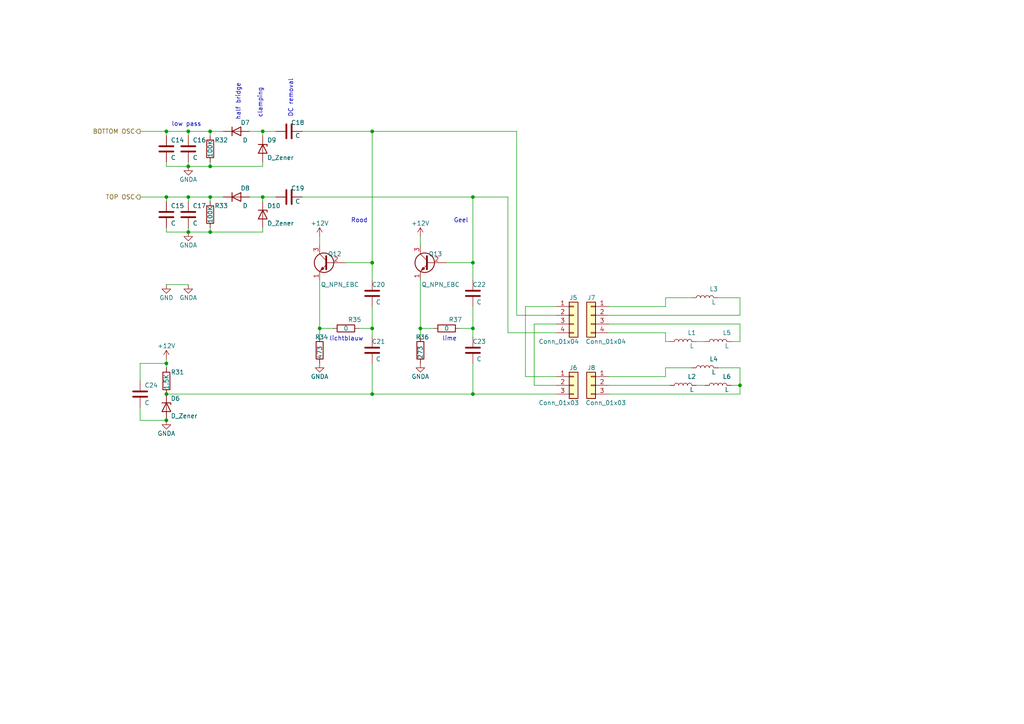
<source format=kicad_sch>
(kicad_sch (version 20211123) (generator eeschema)

  (uuid 59b36517-bc31-432e-bd56-e83f2748e510)

  (paper "A4")

  (lib_symbols
    (symbol "Connector_Generic:Conn_01x03" (pin_names (offset 1.016) hide) (in_bom yes) (on_board yes)
      (property "Reference" "J" (id 0) (at 0 5.08 0)
        (effects (font (size 1.27 1.27)))
      )
      (property "Value" "Conn_01x03" (id 1) (at 0 -5.08 0)
        (effects (font (size 1.27 1.27)))
      )
      (property "Footprint" "" (id 2) (at 0 0 0)
        (effects (font (size 1.27 1.27)) hide)
      )
      (property "Datasheet" "~" (id 3) (at 0 0 0)
        (effects (font (size 1.27 1.27)) hide)
      )
      (property "ki_keywords" "connector" (id 4) (at 0 0 0)
        (effects (font (size 1.27 1.27)) hide)
      )
      (property "ki_description" "Generic connector, single row, 01x03, script generated (kicad-library-utils/schlib/autogen/connector/)" (id 5) (at 0 0 0)
        (effects (font (size 1.27 1.27)) hide)
      )
      (property "ki_fp_filters" "Connector*:*_1x??_*" (id 6) (at 0 0 0)
        (effects (font (size 1.27 1.27)) hide)
      )
      (symbol "Conn_01x03_1_1"
        (rectangle (start -1.27 -2.413) (end 0 -2.667)
          (stroke (width 0.1524) (type default) (color 0 0 0 0))
          (fill (type none))
        )
        (rectangle (start -1.27 0.127) (end 0 -0.127)
          (stroke (width 0.1524) (type default) (color 0 0 0 0))
          (fill (type none))
        )
        (rectangle (start -1.27 2.667) (end 0 2.413)
          (stroke (width 0.1524) (type default) (color 0 0 0 0))
          (fill (type none))
        )
        (rectangle (start -1.27 3.81) (end 1.27 -3.81)
          (stroke (width 0.254) (type default) (color 0 0 0 0))
          (fill (type background))
        )
        (pin passive line (at -5.08 2.54 0) (length 3.81)
          (name "Pin_1" (effects (font (size 1.27 1.27))))
          (number "1" (effects (font (size 1.27 1.27))))
        )
        (pin passive line (at -5.08 0 0) (length 3.81)
          (name "Pin_2" (effects (font (size 1.27 1.27))))
          (number "2" (effects (font (size 1.27 1.27))))
        )
        (pin passive line (at -5.08 -2.54 0) (length 3.81)
          (name "Pin_3" (effects (font (size 1.27 1.27))))
          (number "3" (effects (font (size 1.27 1.27))))
        )
      )
    )
    (symbol "Connector_Generic:Conn_01x04" (pin_names (offset 1.016) hide) (in_bom yes) (on_board yes)
      (property "Reference" "J" (id 0) (at 0 5.08 0)
        (effects (font (size 1.27 1.27)))
      )
      (property "Value" "Conn_01x04" (id 1) (at 0 -7.62 0)
        (effects (font (size 1.27 1.27)))
      )
      (property "Footprint" "" (id 2) (at 0 0 0)
        (effects (font (size 1.27 1.27)) hide)
      )
      (property "Datasheet" "~" (id 3) (at 0 0 0)
        (effects (font (size 1.27 1.27)) hide)
      )
      (property "ki_keywords" "connector" (id 4) (at 0 0 0)
        (effects (font (size 1.27 1.27)) hide)
      )
      (property "ki_description" "Generic connector, single row, 01x04, script generated (kicad-library-utils/schlib/autogen/connector/)" (id 5) (at 0 0 0)
        (effects (font (size 1.27 1.27)) hide)
      )
      (property "ki_fp_filters" "Connector*:*_1x??_*" (id 6) (at 0 0 0)
        (effects (font (size 1.27 1.27)) hide)
      )
      (symbol "Conn_01x04_1_1"
        (rectangle (start -1.27 -4.953) (end 0 -5.207)
          (stroke (width 0.1524) (type default) (color 0 0 0 0))
          (fill (type none))
        )
        (rectangle (start -1.27 -2.413) (end 0 -2.667)
          (stroke (width 0.1524) (type default) (color 0 0 0 0))
          (fill (type none))
        )
        (rectangle (start -1.27 0.127) (end 0 -0.127)
          (stroke (width 0.1524) (type default) (color 0 0 0 0))
          (fill (type none))
        )
        (rectangle (start -1.27 2.667) (end 0 2.413)
          (stroke (width 0.1524) (type default) (color 0 0 0 0))
          (fill (type none))
        )
        (rectangle (start -1.27 3.81) (end 1.27 -6.35)
          (stroke (width 0.254) (type default) (color 0 0 0 0))
          (fill (type background))
        )
        (pin passive line (at -5.08 2.54 0) (length 3.81)
          (name "Pin_1" (effects (font (size 1.27 1.27))))
          (number "1" (effects (font (size 1.27 1.27))))
        )
        (pin passive line (at -5.08 0 0) (length 3.81)
          (name "Pin_2" (effects (font (size 1.27 1.27))))
          (number "2" (effects (font (size 1.27 1.27))))
        )
        (pin passive line (at -5.08 -2.54 0) (length 3.81)
          (name "Pin_3" (effects (font (size 1.27 1.27))))
          (number "3" (effects (font (size 1.27 1.27))))
        )
        (pin passive line (at -5.08 -5.08 0) (length 3.81)
          (name "Pin_4" (effects (font (size 1.27 1.27))))
          (number "4" (effects (font (size 1.27 1.27))))
        )
      )
    )
    (symbol "Device:C" (pin_numbers hide) (pin_names (offset 0.254)) (in_bom yes) (on_board yes)
      (property "Reference" "C" (id 0) (at 0.635 2.54 0)
        (effects (font (size 1.27 1.27)) (justify left))
      )
      (property "Value" "C" (id 1) (at 0.635 -2.54 0)
        (effects (font (size 1.27 1.27)) (justify left))
      )
      (property "Footprint" "" (id 2) (at 0.9652 -3.81 0)
        (effects (font (size 1.27 1.27)) hide)
      )
      (property "Datasheet" "~" (id 3) (at 0 0 0)
        (effects (font (size 1.27 1.27)) hide)
      )
      (property "ki_keywords" "cap capacitor" (id 4) (at 0 0 0)
        (effects (font (size 1.27 1.27)) hide)
      )
      (property "ki_description" "Unpolarized capacitor" (id 5) (at 0 0 0)
        (effects (font (size 1.27 1.27)) hide)
      )
      (property "ki_fp_filters" "C_*" (id 6) (at 0 0 0)
        (effects (font (size 1.27 1.27)) hide)
      )
      (symbol "C_0_1"
        (polyline
          (pts
            (xy -2.032 -0.762)
            (xy 2.032 -0.762)
          )
          (stroke (width 0.508) (type default) (color 0 0 0 0))
          (fill (type none))
        )
        (polyline
          (pts
            (xy -2.032 0.762)
            (xy 2.032 0.762)
          )
          (stroke (width 0.508) (type default) (color 0 0 0 0))
          (fill (type none))
        )
      )
      (symbol "C_1_1"
        (pin passive line (at 0 3.81 270) (length 2.794)
          (name "~" (effects (font (size 1.27 1.27))))
          (number "1" (effects (font (size 1.27 1.27))))
        )
        (pin passive line (at 0 -3.81 90) (length 2.794)
          (name "~" (effects (font (size 1.27 1.27))))
          (number "2" (effects (font (size 1.27 1.27))))
        )
      )
    )
    (symbol "Device:D" (pin_numbers hide) (pin_names (offset 1.016) hide) (in_bom yes) (on_board yes)
      (property "Reference" "D" (id 0) (at 0 2.54 0)
        (effects (font (size 1.27 1.27)))
      )
      (property "Value" "D" (id 1) (at 0 -2.54 0)
        (effects (font (size 1.27 1.27)))
      )
      (property "Footprint" "" (id 2) (at 0 0 0)
        (effects (font (size 1.27 1.27)) hide)
      )
      (property "Datasheet" "~" (id 3) (at 0 0 0)
        (effects (font (size 1.27 1.27)) hide)
      )
      (property "ki_keywords" "diode" (id 4) (at 0 0 0)
        (effects (font (size 1.27 1.27)) hide)
      )
      (property "ki_description" "Diode" (id 5) (at 0 0 0)
        (effects (font (size 1.27 1.27)) hide)
      )
      (property "ki_fp_filters" "TO-???* *_Diode_* *SingleDiode* D_*" (id 6) (at 0 0 0)
        (effects (font (size 1.27 1.27)) hide)
      )
      (symbol "D_0_1"
        (polyline
          (pts
            (xy -1.27 1.27)
            (xy -1.27 -1.27)
          )
          (stroke (width 0.254) (type default) (color 0 0 0 0))
          (fill (type none))
        )
        (polyline
          (pts
            (xy 1.27 0)
            (xy -1.27 0)
          )
          (stroke (width 0) (type default) (color 0 0 0 0))
          (fill (type none))
        )
        (polyline
          (pts
            (xy 1.27 1.27)
            (xy 1.27 -1.27)
            (xy -1.27 0)
            (xy 1.27 1.27)
          )
          (stroke (width 0.254) (type default) (color 0 0 0 0))
          (fill (type none))
        )
      )
      (symbol "D_1_1"
        (pin passive line (at -3.81 0 0) (length 2.54)
          (name "K" (effects (font (size 1.27 1.27))))
          (number "1" (effects (font (size 1.27 1.27))))
        )
        (pin passive line (at 3.81 0 180) (length 2.54)
          (name "A" (effects (font (size 1.27 1.27))))
          (number "2" (effects (font (size 1.27 1.27))))
        )
      )
    )
    (symbol "Device:D_Zener" (pin_numbers hide) (pin_names (offset 1.016) hide) (in_bom yes) (on_board yes)
      (property "Reference" "D" (id 0) (at 0 2.54 0)
        (effects (font (size 1.27 1.27)))
      )
      (property "Value" "D_Zener" (id 1) (at 0 -2.54 0)
        (effects (font (size 1.27 1.27)))
      )
      (property "Footprint" "" (id 2) (at 0 0 0)
        (effects (font (size 1.27 1.27)) hide)
      )
      (property "Datasheet" "~" (id 3) (at 0 0 0)
        (effects (font (size 1.27 1.27)) hide)
      )
      (property "ki_keywords" "diode" (id 4) (at 0 0 0)
        (effects (font (size 1.27 1.27)) hide)
      )
      (property "ki_description" "Zener diode" (id 5) (at 0 0 0)
        (effects (font (size 1.27 1.27)) hide)
      )
      (property "ki_fp_filters" "TO-???* *_Diode_* *SingleDiode* D_*" (id 6) (at 0 0 0)
        (effects (font (size 1.27 1.27)) hide)
      )
      (symbol "D_Zener_0_1"
        (polyline
          (pts
            (xy 1.27 0)
            (xy -1.27 0)
          )
          (stroke (width 0) (type default) (color 0 0 0 0))
          (fill (type none))
        )
        (polyline
          (pts
            (xy -1.27 -1.27)
            (xy -1.27 1.27)
            (xy -0.762 1.27)
          )
          (stroke (width 0.254) (type default) (color 0 0 0 0))
          (fill (type none))
        )
        (polyline
          (pts
            (xy 1.27 -1.27)
            (xy 1.27 1.27)
            (xy -1.27 0)
            (xy 1.27 -1.27)
          )
          (stroke (width 0.254) (type default) (color 0 0 0 0))
          (fill (type none))
        )
      )
      (symbol "D_Zener_1_1"
        (pin passive line (at -3.81 0 0) (length 2.54)
          (name "K" (effects (font (size 1.27 1.27))))
          (number "1" (effects (font (size 1.27 1.27))))
        )
        (pin passive line (at 3.81 0 180) (length 2.54)
          (name "A" (effects (font (size 1.27 1.27))))
          (number "2" (effects (font (size 1.27 1.27))))
        )
      )
    )
    (symbol "Device:L" (pin_numbers hide) (pin_names (offset 1.016) hide) (in_bom yes) (on_board yes)
      (property "Reference" "L" (id 0) (at -1.27 0 90)
        (effects (font (size 1.27 1.27)))
      )
      (property "Value" "L" (id 1) (at 1.905 0 90)
        (effects (font (size 1.27 1.27)))
      )
      (property "Footprint" "" (id 2) (at 0 0 0)
        (effects (font (size 1.27 1.27)) hide)
      )
      (property "Datasheet" "~" (id 3) (at 0 0 0)
        (effects (font (size 1.27 1.27)) hide)
      )
      (property "ki_keywords" "inductor choke coil reactor magnetic" (id 4) (at 0 0 0)
        (effects (font (size 1.27 1.27)) hide)
      )
      (property "ki_description" "Inductor" (id 5) (at 0 0 0)
        (effects (font (size 1.27 1.27)) hide)
      )
      (property "ki_fp_filters" "Choke_* *Coil* Inductor_* L_*" (id 6) (at 0 0 0)
        (effects (font (size 1.27 1.27)) hide)
      )
      (symbol "L_0_1"
        (arc (start 0 -2.54) (mid 0.635 -1.905) (end 0 -1.27)
          (stroke (width 0) (type default) (color 0 0 0 0))
          (fill (type none))
        )
        (arc (start 0 -1.27) (mid 0.635 -0.635) (end 0 0)
          (stroke (width 0) (type default) (color 0 0 0 0))
          (fill (type none))
        )
        (arc (start 0 0) (mid 0.635 0.635) (end 0 1.27)
          (stroke (width 0) (type default) (color 0 0 0 0))
          (fill (type none))
        )
        (arc (start 0 1.27) (mid 0.635 1.905) (end 0 2.54)
          (stroke (width 0) (type default) (color 0 0 0 0))
          (fill (type none))
        )
      )
      (symbol "L_1_1"
        (pin passive line (at 0 3.81 270) (length 1.27)
          (name "1" (effects (font (size 1.27 1.27))))
          (number "1" (effects (font (size 1.27 1.27))))
        )
        (pin passive line (at 0 -3.81 90) (length 1.27)
          (name "2" (effects (font (size 1.27 1.27))))
          (number "2" (effects (font (size 1.27 1.27))))
        )
      )
    )
    (symbol "Device:Q_NPN_EBC" (pin_names (offset 0) hide) (in_bom yes) (on_board yes)
      (property "Reference" "Q" (id 0) (at 5.08 1.27 0)
        (effects (font (size 1.27 1.27)) (justify left))
      )
      (property "Value" "Q_NPN_EBC" (id 1) (at 5.08 -1.27 0)
        (effects (font (size 1.27 1.27)) (justify left))
      )
      (property "Footprint" "" (id 2) (at 5.08 2.54 0)
        (effects (font (size 1.27 1.27)) hide)
      )
      (property "Datasheet" "~" (id 3) (at 0 0 0)
        (effects (font (size 1.27 1.27)) hide)
      )
      (property "ki_keywords" "transistor NPN" (id 4) (at 0 0 0)
        (effects (font (size 1.27 1.27)) hide)
      )
      (property "ki_description" "NPN transistor, emitter/base/collector" (id 5) (at 0 0 0)
        (effects (font (size 1.27 1.27)) hide)
      )
      (symbol "Q_NPN_EBC_0_1"
        (polyline
          (pts
            (xy 0.635 0.635)
            (xy 2.54 2.54)
          )
          (stroke (width 0) (type default) (color 0 0 0 0))
          (fill (type none))
        )
        (polyline
          (pts
            (xy 0.635 -0.635)
            (xy 2.54 -2.54)
            (xy 2.54 -2.54)
          )
          (stroke (width 0) (type default) (color 0 0 0 0))
          (fill (type none))
        )
        (polyline
          (pts
            (xy 0.635 1.905)
            (xy 0.635 -1.905)
            (xy 0.635 -1.905)
          )
          (stroke (width 0.508) (type default) (color 0 0 0 0))
          (fill (type none))
        )
        (polyline
          (pts
            (xy 1.27 -1.778)
            (xy 1.778 -1.27)
            (xy 2.286 -2.286)
            (xy 1.27 -1.778)
            (xy 1.27 -1.778)
          )
          (stroke (width 0) (type default) (color 0 0 0 0))
          (fill (type outline))
        )
        (circle (center 1.27 0) (radius 2.8194)
          (stroke (width 0.254) (type default) (color 0 0 0 0))
          (fill (type none))
        )
      )
      (symbol "Q_NPN_EBC_1_1"
        (pin passive line (at 2.54 -5.08 90) (length 2.54)
          (name "E" (effects (font (size 1.27 1.27))))
          (number "1" (effects (font (size 1.27 1.27))))
        )
        (pin passive line (at -5.08 0 0) (length 5.715)
          (name "B" (effects (font (size 1.27 1.27))))
          (number "2" (effects (font (size 1.27 1.27))))
        )
        (pin passive line (at 2.54 5.08 270) (length 2.54)
          (name "C" (effects (font (size 1.27 1.27))))
          (number "3" (effects (font (size 1.27 1.27))))
        )
      )
    )
    (symbol "Device:R" (pin_numbers hide) (pin_names (offset 0)) (in_bom yes) (on_board yes)
      (property "Reference" "R" (id 0) (at 2.032 0 90)
        (effects (font (size 1.27 1.27)))
      )
      (property "Value" "R" (id 1) (at 0 0 90)
        (effects (font (size 1.27 1.27)))
      )
      (property "Footprint" "" (id 2) (at -1.778 0 90)
        (effects (font (size 1.27 1.27)) hide)
      )
      (property "Datasheet" "~" (id 3) (at 0 0 0)
        (effects (font (size 1.27 1.27)) hide)
      )
      (property "ki_keywords" "R res resistor" (id 4) (at 0 0 0)
        (effects (font (size 1.27 1.27)) hide)
      )
      (property "ki_description" "Resistor" (id 5) (at 0 0 0)
        (effects (font (size 1.27 1.27)) hide)
      )
      (property "ki_fp_filters" "R_*" (id 6) (at 0 0 0)
        (effects (font (size 1.27 1.27)) hide)
      )
      (symbol "R_0_1"
        (rectangle (start -1.016 -2.54) (end 1.016 2.54)
          (stroke (width 0.254) (type default) (color 0 0 0 0))
          (fill (type none))
        )
      )
      (symbol "R_1_1"
        (pin passive line (at 0 3.81 270) (length 1.27)
          (name "~" (effects (font (size 1.27 1.27))))
          (number "1" (effects (font (size 1.27 1.27))))
        )
        (pin passive line (at 0 -3.81 90) (length 1.27)
          (name "~" (effects (font (size 1.27 1.27))))
          (number "2" (effects (font (size 1.27 1.27))))
        )
      )
    )
    (symbol "power:+12V" (power) (pin_names (offset 0)) (in_bom yes) (on_board yes)
      (property "Reference" "#PWR" (id 0) (at 0 -3.81 0)
        (effects (font (size 1.27 1.27)) hide)
      )
      (property "Value" "+12V" (id 1) (at 0 3.556 0)
        (effects (font (size 1.27 1.27)))
      )
      (property "Footprint" "" (id 2) (at 0 0 0)
        (effects (font (size 1.27 1.27)) hide)
      )
      (property "Datasheet" "" (id 3) (at 0 0 0)
        (effects (font (size 1.27 1.27)) hide)
      )
      (property "ki_keywords" "power-flag" (id 4) (at 0 0 0)
        (effects (font (size 1.27 1.27)) hide)
      )
      (property "ki_description" "Power symbol creates a global label with name \"+12V\"" (id 5) (at 0 0 0)
        (effects (font (size 1.27 1.27)) hide)
      )
      (symbol "+12V_0_1"
        (polyline
          (pts
            (xy -0.762 1.27)
            (xy 0 2.54)
          )
          (stroke (width 0) (type default) (color 0 0 0 0))
          (fill (type none))
        )
        (polyline
          (pts
            (xy 0 0)
            (xy 0 2.54)
          )
          (stroke (width 0) (type default) (color 0 0 0 0))
          (fill (type none))
        )
        (polyline
          (pts
            (xy 0 2.54)
            (xy 0.762 1.27)
          )
          (stroke (width 0) (type default) (color 0 0 0 0))
          (fill (type none))
        )
      )
      (symbol "+12V_1_1"
        (pin power_in line (at 0 0 90) (length 0) hide
          (name "+12V" (effects (font (size 1.27 1.27))))
          (number "1" (effects (font (size 1.27 1.27))))
        )
      )
    )
    (symbol "power:GND" (power) (pin_names (offset 0)) (in_bom yes) (on_board yes)
      (property "Reference" "#PWR" (id 0) (at 0 -6.35 0)
        (effects (font (size 1.27 1.27)) hide)
      )
      (property "Value" "GND" (id 1) (at 0 -3.81 0)
        (effects (font (size 1.27 1.27)))
      )
      (property "Footprint" "" (id 2) (at 0 0 0)
        (effects (font (size 1.27 1.27)) hide)
      )
      (property "Datasheet" "" (id 3) (at 0 0 0)
        (effects (font (size 1.27 1.27)) hide)
      )
      (property "ki_keywords" "power-flag" (id 4) (at 0 0 0)
        (effects (font (size 1.27 1.27)) hide)
      )
      (property "ki_description" "Power symbol creates a global label with name \"GND\" , ground" (id 5) (at 0 0 0)
        (effects (font (size 1.27 1.27)) hide)
      )
      (symbol "GND_0_1"
        (polyline
          (pts
            (xy 0 0)
            (xy 0 -1.27)
            (xy 1.27 -1.27)
            (xy 0 -2.54)
            (xy -1.27 -1.27)
            (xy 0 -1.27)
          )
          (stroke (width 0) (type default) (color 0 0 0 0))
          (fill (type none))
        )
      )
      (symbol "GND_1_1"
        (pin power_in line (at 0 0 270) (length 0) hide
          (name "GND" (effects (font (size 1.27 1.27))))
          (number "1" (effects (font (size 1.27 1.27))))
        )
      )
    )
    (symbol "power:GNDA" (power) (pin_names (offset 0)) (in_bom yes) (on_board yes)
      (property "Reference" "#PWR" (id 0) (at 0 -6.35 0)
        (effects (font (size 1.27 1.27)) hide)
      )
      (property "Value" "GNDA" (id 1) (at 0 -3.81 0)
        (effects (font (size 1.27 1.27)))
      )
      (property "Footprint" "" (id 2) (at 0 0 0)
        (effects (font (size 1.27 1.27)) hide)
      )
      (property "Datasheet" "" (id 3) (at 0 0 0)
        (effects (font (size 1.27 1.27)) hide)
      )
      (property "ki_keywords" "power-flag" (id 4) (at 0 0 0)
        (effects (font (size 1.27 1.27)) hide)
      )
      (property "ki_description" "Power symbol creates a global label with name \"GNDA\" , analog ground" (id 5) (at 0 0 0)
        (effects (font (size 1.27 1.27)) hide)
      )
      (symbol "GNDA_0_1"
        (polyline
          (pts
            (xy 0 0)
            (xy 0 -1.27)
            (xy 1.27 -1.27)
            (xy 0 -2.54)
            (xy -1.27 -1.27)
            (xy 0 -1.27)
          )
          (stroke (width 0) (type default) (color 0 0 0 0))
          (fill (type none))
        )
      )
      (symbol "GNDA_1_1"
        (pin power_in line (at 0 0 270) (length 0) hide
          (name "GNDA" (effects (font (size 1.27 1.27))))
          (number "1" (effects (font (size 1.27 1.27))))
        )
      )
    )
  )

  (junction (at 60.96 48.26) (diameter 0) (color 0 0 0 0)
    (uuid 10383204-f9b9-4dfe-b6d2-b3aa1e80fb6f)
  )
  (junction (at 48.26 114.3) (diameter 0) (color 0 0 0 0)
    (uuid 2b1eae5e-faf9-4cda-b82e-815b7b56c51c)
  )
  (junction (at 48.26 38.1) (diameter 0) (color 0 0 0 0)
    (uuid 3bf50419-c622-49f2-bfa6-f90b7e0c4a63)
  )
  (junction (at 76.2 38.1) (diameter 0) (color 0 0 0 0)
    (uuid 569b2e8b-a916-4237-87c6-a2bffd7515ab)
  )
  (junction (at 107.95 114.3) (diameter 0) (color 0 0 0 0)
    (uuid 5d505053-7818-451b-b3ab-3c19eaa37092)
  )
  (junction (at 76.2 57.15) (diameter 0) (color 0 0 0 0)
    (uuid 5d5d3313-57b5-4a62-befa-5091564e2b7c)
  )
  (junction (at 137.16 76.2) (diameter 0) (color 0 0 0 0)
    (uuid 6bceb289-72b1-4476-89af-b73447e539c7)
  )
  (junction (at 107.95 38.1) (diameter 0) (color 0 0 0 0)
    (uuid 773abee3-a92f-4395-b0ce-98be2ab04611)
  )
  (junction (at 137.16 95.25) (diameter 0) (color 0 0 0 0)
    (uuid 77939ed1-8ee3-4d4c-a032-e26a3ab62cf2)
  )
  (junction (at 54.61 57.15) (diameter 0) (color 0 0 0 0)
    (uuid 952cb281-4d8e-4221-a038-72cd9f042c18)
  )
  (junction (at 54.61 67.31) (diameter 0) (color 0 0 0 0)
    (uuid 98253786-9b8d-473d-961c-c5edb4cc2c13)
  )
  (junction (at 92.71 95.25) (diameter 0) (color 0 0 0 0)
    (uuid 99329508-dee5-4071-a41f-6740b8944fe0)
  )
  (junction (at 60.96 67.31) (diameter 0) (color 0 0 0 0)
    (uuid 9ad89020-7031-488d-ab25-6fd5e642acb1)
  )
  (junction (at 214.63 111.76) (diameter 0) (color 0 0 0 0)
    (uuid 9dbf00f5-2e96-4282-8048-9497dd2383e7)
  )
  (junction (at 137.16 57.15) (diameter 0) (color 0 0 0 0)
    (uuid 9e39e092-de06-44aa-85c8-98527b4388ce)
  )
  (junction (at 107.95 76.2) (diameter 0) (color 0 0 0 0)
    (uuid 9ea87d63-c8bf-4e40-aa7f-490fc774c1f9)
  )
  (junction (at 48.26 121.92) (diameter 0) (color 0 0 0 0)
    (uuid a8c1e53a-e7e8-40ba-a4b8-92932d4f4a18)
  )
  (junction (at 54.61 48.26) (diameter 0) (color 0 0 0 0)
    (uuid ab118505-0aee-4f15-93c1-5a67699acb7e)
  )
  (junction (at 54.61 38.1) (diameter 0) (color 0 0 0 0)
    (uuid ab834a08-4df0-4f46-902d-575352f5919e)
  )
  (junction (at 48.26 105.41) (diameter 0) (color 0 0 0 0)
    (uuid ae84963f-3862-467f-8714-0a6ec7e89b7b)
  )
  (junction (at 60.96 38.1) (diameter 0) (color 0 0 0 0)
    (uuid bc38f119-be08-4c91-a16f-09f08302861c)
  )
  (junction (at 48.26 57.15) (diameter 0) (color 0 0 0 0)
    (uuid cbfefdee-e474-433d-9ab3-f91a73ec7323)
  )
  (junction (at 137.16 114.3) (diameter 0) (color 0 0 0 0)
    (uuid d64ffbff-0e5c-4b5c-bfd6-2f1c6d212498)
  )
  (junction (at 60.96 57.15) (diameter 0) (color 0 0 0 0)
    (uuid e5f21712-6ad7-4eba-90c1-b386ff4cf09d)
  )
  (junction (at 107.95 95.25) (diameter 0) (color 0 0 0 0)
    (uuid e9bbf6b4-3582-4ecc-a757-a56d4c4e0a7a)
  )
  (junction (at 121.92 95.25) (diameter 0) (color 0 0 0 0)
    (uuid f5cab837-6f55-43e9-9cfa-865a2048df80)
  )

  (wire (pts (xy 54.61 38.1) (xy 60.96 38.1))
    (stroke (width 0) (type default) (color 0 0 0 0))
    (uuid 015c4c36-89f7-4c74-8ffa-e61920f2c0e9)
  )
  (wire (pts (xy 154.94 93.98) (xy 154.94 111.76))
    (stroke (width 0) (type default) (color 0 0 0 0))
    (uuid 03d43bd2-3c11-4d17-a7bc-c74b9e10d60d)
  )
  (wire (pts (xy 194.31 99.06) (xy 193.04 99.06))
    (stroke (width 0) (type default) (color 0 0 0 0))
    (uuid 0b2b28d0-7d5e-4d46-b92f-43a739be3a73)
  )
  (wire (pts (xy 107.95 105.41) (xy 107.95 114.3))
    (stroke (width 0) (type default) (color 0 0 0 0))
    (uuid 110df3c0-6b0a-4d0c-b399-04ae18ccc32e)
  )
  (wire (pts (xy 121.92 71.12) (xy 121.92 68.58))
    (stroke (width 0) (type default) (color 0 0 0 0))
    (uuid 11d67aa8-d648-464b-ad7d-f5bad97dabc5)
  )
  (wire (pts (xy 48.26 48.26) (xy 54.61 48.26))
    (stroke (width 0) (type default) (color 0 0 0 0))
    (uuid 154adf75-c54d-4db7-9af9-01c4766ff0f0)
  )
  (wire (pts (xy 193.04 88.9) (xy 193.04 86.36))
    (stroke (width 0) (type default) (color 0 0 0 0))
    (uuid 1a6b768c-3c77-440c-8bcf-bf7d0964c79f)
  )
  (wire (pts (xy 107.95 95.25) (xy 107.95 97.79))
    (stroke (width 0) (type default) (color 0 0 0 0))
    (uuid 1c4f7628-cfa5-4908-9f3a-f1ded90f3ed4)
  )
  (wire (pts (xy 48.26 57.15) (xy 48.26 58.42))
    (stroke (width 0) (type default) (color 0 0 0 0))
    (uuid 1c98ca5e-af31-4a70-a14d-869151a623b9)
  )
  (wire (pts (xy 208.28 106.68) (xy 214.63 106.68))
    (stroke (width 0) (type default) (color 0 0 0 0))
    (uuid 229dd226-f609-4e41-8183-3aa9000f868b)
  )
  (wire (pts (xy 107.95 95.25) (xy 104.14 95.25))
    (stroke (width 0) (type default) (color 0 0 0 0))
    (uuid 28792b36-d565-4028-b1e4-6cf2fe759fae)
  )
  (wire (pts (xy 54.61 67.31) (xy 60.96 67.31))
    (stroke (width 0) (type default) (color 0 0 0 0))
    (uuid 2ac3c86b-8763-4843-b3a6-3bd936c0d383)
  )
  (wire (pts (xy 54.61 57.15) (xy 54.61 58.42))
    (stroke (width 0) (type default) (color 0 0 0 0))
    (uuid 2b84e4da-2b0b-4907-9106-58c70879e1fa)
  )
  (wire (pts (xy 54.61 82.55) (xy 48.26 82.55))
    (stroke (width 0) (type default) (color 0 0 0 0))
    (uuid 2c2e3de9-97d4-4bc7-b8b8-8757980cf7ea)
  )
  (wire (pts (xy 201.93 111.76) (xy 204.47 111.76))
    (stroke (width 0) (type default) (color 0 0 0 0))
    (uuid 2e442dc1-8b1b-4696-a242-fbd0239c01bd)
  )
  (wire (pts (xy 137.16 114.3) (xy 161.29 114.3))
    (stroke (width 0) (type default) (color 0 0 0 0))
    (uuid 31b53b79-4f91-4e57-94b0-e50602f1ae17)
  )
  (wire (pts (xy 137.16 57.15) (xy 147.32 57.15))
    (stroke (width 0) (type default) (color 0 0 0 0))
    (uuid 32ef8a9c-6ad6-470a-b97c-8f3b3ff5dcab)
  )
  (wire (pts (xy 107.95 76.2) (xy 100.33 76.2))
    (stroke (width 0) (type default) (color 0 0 0 0))
    (uuid 33ce34f4-2f67-4c46-942e-f4f5148f029c)
  )
  (wire (pts (xy 48.26 114.3) (xy 107.95 114.3))
    (stroke (width 0) (type default) (color 0 0 0 0))
    (uuid 33d2dab6-7d66-4d65-a7db-399332de7ace)
  )
  (wire (pts (xy 48.26 105.41) (xy 40.64 105.41))
    (stroke (width 0) (type default) (color 0 0 0 0))
    (uuid 377e04e5-c1d3-442a-8310-88661a48ca21)
  )
  (wire (pts (xy 54.61 67.31) (xy 54.61 66.04))
    (stroke (width 0) (type default) (color 0 0 0 0))
    (uuid 37b2410e-29ac-4e4d-81cb-0fd6bbd546de)
  )
  (wire (pts (xy 60.96 57.15) (xy 60.96 58.42))
    (stroke (width 0) (type default) (color 0 0 0 0))
    (uuid 3b715920-41f8-425a-8ff2-19c785618256)
  )
  (wire (pts (xy 60.96 57.15) (xy 64.77 57.15))
    (stroke (width 0) (type default) (color 0 0 0 0))
    (uuid 3bbeba6b-fd1f-4757-9eac-9940d3905aa5)
  )
  (wire (pts (xy 176.53 111.76) (xy 194.31 111.76))
    (stroke (width 0) (type default) (color 0 0 0 0))
    (uuid 3d85923c-1ad0-4961-a038-7d94557fd17b)
  )
  (wire (pts (xy 40.64 121.92) (xy 48.26 121.92))
    (stroke (width 0) (type default) (color 0 0 0 0))
    (uuid 3f28a659-6fc7-46fa-9456-d98863451ee5)
  )
  (wire (pts (xy 54.61 38.1) (xy 54.61 39.37))
    (stroke (width 0) (type default) (color 0 0 0 0))
    (uuid 4d9288ef-711d-480a-b5e6-ae24262ce787)
  )
  (wire (pts (xy 214.63 106.68) (xy 214.63 111.76))
    (stroke (width 0) (type default) (color 0 0 0 0))
    (uuid 4ece8697-72ac-433f-8b75-e5dd4fb92a06)
  )
  (wire (pts (xy 48.26 48.26) (xy 48.26 46.99))
    (stroke (width 0) (type default) (color 0 0 0 0))
    (uuid 5300a816-82bf-4004-a412-a2bb3ab73690)
  )
  (wire (pts (xy 60.96 67.31) (xy 60.96 66.04))
    (stroke (width 0) (type default) (color 0 0 0 0))
    (uuid 53dc36a9-12aa-449e-a812-7053dfd9c07a)
  )
  (wire (pts (xy 92.71 81.28) (xy 92.71 95.25))
    (stroke (width 0) (type default) (color 0 0 0 0))
    (uuid 544f0f31-27e2-44bb-87dd-ea91d1f6ad19)
  )
  (wire (pts (xy 214.63 114.3) (xy 214.63 111.76))
    (stroke (width 0) (type default) (color 0 0 0 0))
    (uuid 5793a261-a757-4251-a5f2-aa0997dfa846)
  )
  (wire (pts (xy 76.2 38.1) (xy 76.2 39.37))
    (stroke (width 0) (type default) (color 0 0 0 0))
    (uuid 5b6b63a4-50e3-4078-aaa8-9e97203633e8)
  )
  (wire (pts (xy 40.64 105.41) (xy 40.64 110.49))
    (stroke (width 0) (type default) (color 0 0 0 0))
    (uuid 5b6df72e-1380-49d6-ac87-20e132702703)
  )
  (wire (pts (xy 72.39 38.1) (xy 76.2 38.1))
    (stroke (width 0) (type default) (color 0 0 0 0))
    (uuid 5bca52f1-2d06-4d0a-978d-f4e5958361fa)
  )
  (wire (pts (xy 137.16 88.9) (xy 137.16 95.25))
    (stroke (width 0) (type default) (color 0 0 0 0))
    (uuid 5f71f763-37ca-4736-9131-72ec85ca1071)
  )
  (wire (pts (xy 40.64 38.1) (xy 48.26 38.1))
    (stroke (width 0) (type default) (color 0 0 0 0))
    (uuid 5fb58a22-0b07-4859-b260-728de2da4c78)
  )
  (wire (pts (xy 107.95 88.9) (xy 107.95 95.25))
    (stroke (width 0) (type default) (color 0 0 0 0))
    (uuid 5fe77c13-c4b9-4bff-9b41-a0584f269348)
  )
  (wire (pts (xy 214.63 93.98) (xy 214.63 99.06))
    (stroke (width 0) (type default) (color 0 0 0 0))
    (uuid 62baa474-56bd-472b-8e2c-84bb4d41fea5)
  )
  (wire (pts (xy 92.71 97.79) (xy 92.71 95.25))
    (stroke (width 0) (type default) (color 0 0 0 0))
    (uuid 643775e4-b6bd-4f33-895d-2e11f4b0e160)
  )
  (wire (pts (xy 107.95 38.1) (xy 149.86 38.1))
    (stroke (width 0) (type default) (color 0 0 0 0))
    (uuid 64a4c30c-c5f2-4844-9f31-82654f1799f5)
  )
  (wire (pts (xy 48.26 57.15) (xy 54.61 57.15))
    (stroke (width 0) (type default) (color 0 0 0 0))
    (uuid 64fe79c3-71d3-4c90-ad66-b641152c5f79)
  )
  (wire (pts (xy 152.4 88.9) (xy 152.4 109.22))
    (stroke (width 0) (type default) (color 0 0 0 0))
    (uuid 66232ff1-95e6-4b90-aab3-c8f19aacb673)
  )
  (wire (pts (xy 48.26 67.31) (xy 48.26 66.04))
    (stroke (width 0) (type default) (color 0 0 0 0))
    (uuid 6b1845ca-5b24-4e49-9e92-f1abb2c356ae)
  )
  (wire (pts (xy 193.04 86.36) (xy 200.66 86.36))
    (stroke (width 0) (type default) (color 0 0 0 0))
    (uuid 6b5a1879-2c8c-458c-87da-aab2c5dc93b5)
  )
  (wire (pts (xy 176.53 109.22) (xy 193.04 109.22))
    (stroke (width 0) (type default) (color 0 0 0 0))
    (uuid 6d9babcb-948a-4570-a7c1-982e3769eb77)
  )
  (wire (pts (xy 193.04 99.06) (xy 193.04 96.52))
    (stroke (width 0) (type default) (color 0 0 0 0))
    (uuid 77d3af64-b572-468b-b701-9cacb929f9cd)
  )
  (wire (pts (xy 76.2 38.1) (xy 80.01 38.1))
    (stroke (width 0) (type default) (color 0 0 0 0))
    (uuid 7c9bc311-b225-4bd5-bd64-fb5cee874824)
  )
  (wire (pts (xy 161.29 88.9) (xy 152.4 88.9))
    (stroke (width 0) (type default) (color 0 0 0 0))
    (uuid 820f069d-a999-4c6f-bda2-a42c7f3f91e4)
  )
  (wire (pts (xy 40.64 57.15) (xy 48.26 57.15))
    (stroke (width 0) (type default) (color 0 0 0 0))
    (uuid 835247da-5aeb-4b57-aa83-f2f3ef23ef39)
  )
  (wire (pts (xy 76.2 48.26) (xy 76.2 46.99))
    (stroke (width 0) (type default) (color 0 0 0 0))
    (uuid 853d0e4c-37ef-43fb-bb1e-4efb796fb1f8)
  )
  (wire (pts (xy 214.63 86.36) (xy 208.28 86.36))
    (stroke (width 0) (type default) (color 0 0 0 0))
    (uuid 88c449a2-c93c-45d1-bfda-f102d7c1f7a3)
  )
  (wire (pts (xy 137.16 95.25) (xy 137.16 97.79))
    (stroke (width 0) (type default) (color 0 0 0 0))
    (uuid 895008c7-d052-4906-bb27-b4ef1cfd034b)
  )
  (wire (pts (xy 54.61 57.15) (xy 60.96 57.15))
    (stroke (width 0) (type default) (color 0 0 0 0))
    (uuid 8b184a80-302d-491f-98bf-edf5a9d8c2de)
  )
  (wire (pts (xy 201.93 99.06) (xy 204.47 99.06))
    (stroke (width 0) (type default) (color 0 0 0 0))
    (uuid 8b42a42c-e4af-4451-801b-12ab7cc48fbc)
  )
  (wire (pts (xy 152.4 109.22) (xy 161.29 109.22))
    (stroke (width 0) (type default) (color 0 0 0 0))
    (uuid 8b94c749-30f9-43d0-ab25-18d2d2582ab4)
  )
  (wire (pts (xy 72.39 57.15) (xy 76.2 57.15))
    (stroke (width 0) (type default) (color 0 0 0 0))
    (uuid 8c3f0ad3-1bf4-4316-b287-63f7a44bb8fa)
  )
  (wire (pts (xy 60.96 48.26) (xy 76.2 48.26))
    (stroke (width 0) (type default) (color 0 0 0 0))
    (uuid 8d198d36-3b03-4306-9fff-b9b3f361d951)
  )
  (wire (pts (xy 76.2 57.15) (xy 80.01 57.15))
    (stroke (width 0) (type default) (color 0 0 0 0))
    (uuid 8d623da1-10ea-4fab-ae73-8db986bb2412)
  )
  (wire (pts (xy 137.16 95.25) (xy 133.35 95.25))
    (stroke (width 0) (type default) (color 0 0 0 0))
    (uuid 91d13421-92c9-411b-bdcd-72cb57ef8c90)
  )
  (wire (pts (xy 54.61 48.26) (xy 60.96 48.26))
    (stroke (width 0) (type default) (color 0 0 0 0))
    (uuid 9272384a-f6bd-4810-ae5a-9c1bc16eb709)
  )
  (wire (pts (xy 137.16 76.2) (xy 129.54 76.2))
    (stroke (width 0) (type default) (color 0 0 0 0))
    (uuid 939b4415-2377-4f06-962d-56f400a89520)
  )
  (wire (pts (xy 107.95 38.1) (xy 107.95 76.2))
    (stroke (width 0) (type default) (color 0 0 0 0))
    (uuid 93c14afb-8dcf-447c-b201-ef6d34d56736)
  )
  (wire (pts (xy 137.16 76.2) (xy 137.16 81.28))
    (stroke (width 0) (type default) (color 0 0 0 0))
    (uuid 97f7ec68-6cf3-4f10-bb77-9ab24c017130)
  )
  (wire (pts (xy 48.26 104.14) (xy 48.26 105.41))
    (stroke (width 0) (type default) (color 0 0 0 0))
    (uuid 9984ab0b-f31e-4d9a-b2c9-214df286de31)
  )
  (wire (pts (xy 147.32 57.15) (xy 147.32 96.52))
    (stroke (width 0) (type default) (color 0 0 0 0))
    (uuid 9e4d34fa-c957-4842-8e9b-4c6443a63182)
  )
  (wire (pts (xy 212.09 99.06) (xy 214.63 99.06))
    (stroke (width 0) (type default) (color 0 0 0 0))
    (uuid a32c42a1-568c-43b8-b36c-1c8b3953065f)
  )
  (wire (pts (xy 176.53 91.44) (xy 214.63 91.44))
    (stroke (width 0) (type default) (color 0 0 0 0))
    (uuid a4a7dded-d87a-45f8-9282-d6f5172fcae3)
  )
  (wire (pts (xy 193.04 109.22) (xy 193.04 106.68))
    (stroke (width 0) (type default) (color 0 0 0 0))
    (uuid a5135daa-6baf-488b-bf1d-08f8cc2fb8a2)
  )
  (wire (pts (xy 48.26 67.31) (xy 54.61 67.31))
    (stroke (width 0) (type default) (color 0 0 0 0))
    (uuid a87e1dec-ed57-4c80-a8ea-26a42070f491)
  )
  (wire (pts (xy 60.96 67.31) (xy 76.2 67.31))
    (stroke (width 0) (type default) (color 0 0 0 0))
    (uuid a8aa0bc9-0ab0-446c-84f2-f4ac33be6ed9)
  )
  (wire (pts (xy 154.94 111.76) (xy 161.29 111.76))
    (stroke (width 0) (type default) (color 0 0 0 0))
    (uuid abcbc945-aaf0-4a48-8cfc-b2ad4036fb45)
  )
  (wire (pts (xy 76.2 57.15) (xy 76.2 58.42))
    (stroke (width 0) (type default) (color 0 0 0 0))
    (uuid ac98911b-c5be-4c4f-a3b9-0e127a2b26ea)
  )
  (wire (pts (xy 76.2 67.31) (xy 76.2 66.04))
    (stroke (width 0) (type default) (color 0 0 0 0))
    (uuid ae9ade28-5190-4fcb-911e-07af3ebd504a)
  )
  (wire (pts (xy 137.16 105.41) (xy 137.16 114.3))
    (stroke (width 0) (type default) (color 0 0 0 0))
    (uuid afb52b21-411e-407b-82c9-a82bcae986b0)
  )
  (wire (pts (xy 176.53 88.9) (xy 193.04 88.9))
    (stroke (width 0) (type default) (color 0 0 0 0))
    (uuid b686d97d-60e4-4651-b9a7-ae56e346b5da)
  )
  (wire (pts (xy 87.63 38.1) (xy 107.95 38.1))
    (stroke (width 0) (type default) (color 0 0 0 0))
    (uuid b6fbd073-6f4c-484c-af9c-029a3ed5c2c3)
  )
  (wire (pts (xy 121.92 95.25) (xy 125.73 95.25))
    (stroke (width 0) (type default) (color 0 0 0 0))
    (uuid b776725b-c551-4399-aa3b-fb2b90514545)
  )
  (wire (pts (xy 60.96 48.26) (xy 60.96 46.99))
    (stroke (width 0) (type default) (color 0 0 0 0))
    (uuid b835e43b-b17d-46f2-b897-2544f35f80fa)
  )
  (wire (pts (xy 212.09 111.76) (xy 214.63 111.76))
    (stroke (width 0) (type default) (color 0 0 0 0))
    (uuid be1eb923-8772-4198-8b66-4418df900ba7)
  )
  (wire (pts (xy 149.86 91.44) (xy 161.29 91.44))
    (stroke (width 0) (type default) (color 0 0 0 0))
    (uuid bfa6e62f-74d2-4cca-92b5-323d8ae27439)
  )
  (wire (pts (xy 107.95 76.2) (xy 107.95 81.28))
    (stroke (width 0) (type default) (color 0 0 0 0))
    (uuid c7220c96-e957-43a8-a2b5-e4c6a5aa5ab5)
  )
  (wire (pts (xy 40.64 118.11) (xy 40.64 121.92))
    (stroke (width 0) (type default) (color 0 0 0 0))
    (uuid ca85bc3f-f8b6-41d4-aa13-dd578c2c566a)
  )
  (wire (pts (xy 92.71 71.12) (xy 92.71 68.58))
    (stroke (width 0) (type default) (color 0 0 0 0))
    (uuid cd5556c6-25b2-41f8-adf4-12805241bb85)
  )
  (wire (pts (xy 121.92 81.28) (xy 121.92 95.25))
    (stroke (width 0) (type default) (color 0 0 0 0))
    (uuid cdb156bb-1fb8-470c-9562-98340afe999f)
  )
  (wire (pts (xy 48.26 38.1) (xy 48.26 39.37))
    (stroke (width 0) (type default) (color 0 0 0 0))
    (uuid d52b2c05-c1cd-4ca6-8eab-65b1ed5f9dbf)
  )
  (wire (pts (xy 193.04 106.68) (xy 200.66 106.68))
    (stroke (width 0) (type default) (color 0 0 0 0))
    (uuid d677577d-4593-475f-9125-d611805f8bdf)
  )
  (wire (pts (xy 60.96 38.1) (xy 64.77 38.1))
    (stroke (width 0) (type default) (color 0 0 0 0))
    (uuid d6ae83f8-d7b5-4b69-b3b6-ee6654d74309)
  )
  (wire (pts (xy 147.32 96.52) (xy 161.29 96.52))
    (stroke (width 0) (type default) (color 0 0 0 0))
    (uuid da920656-939d-4b6e-932e-b280de82d451)
  )
  (wire (pts (xy 137.16 57.15) (xy 137.16 76.2))
    (stroke (width 0) (type default) (color 0 0 0 0))
    (uuid dbc7ebcf-fe22-4393-a2c8-3d0b3cb9ca3f)
  )
  (wire (pts (xy 176.53 96.52) (xy 193.04 96.52))
    (stroke (width 0) (type default) (color 0 0 0 0))
    (uuid ddab2970-5352-4161-90c4-58e95817d54b)
  )
  (wire (pts (xy 107.95 114.3) (xy 137.16 114.3))
    (stroke (width 0) (type default) (color 0 0 0 0))
    (uuid def427f3-2f09-4523-a4b8-9932a2f0be7a)
  )
  (wire (pts (xy 87.63 57.15) (xy 137.16 57.15))
    (stroke (width 0) (type default) (color 0 0 0 0))
    (uuid defde486-f836-4a13-a310-e65bd54e2c33)
  )
  (wire (pts (xy 176.53 93.98) (xy 214.63 93.98))
    (stroke (width 0) (type default) (color 0 0 0 0))
    (uuid e08e29cb-c163-4d8c-850f-b74270ac8524)
  )
  (wire (pts (xy 121.92 97.79) (xy 121.92 95.25))
    (stroke (width 0) (type default) (color 0 0 0 0))
    (uuid e1cf87df-d65f-421e-a267-ff62e4e33e9a)
  )
  (wire (pts (xy 214.63 91.44) (xy 214.63 86.36))
    (stroke (width 0) (type default) (color 0 0 0 0))
    (uuid e65be2da-8e33-440d-a8d3-25f05ab11650)
  )
  (wire (pts (xy 48.26 38.1) (xy 54.61 38.1))
    (stroke (width 0) (type default) (color 0 0 0 0))
    (uuid eabd7231-f383-46f1-bf8e-ea72925639b7)
  )
  (wire (pts (xy 92.71 95.25) (xy 96.52 95.25))
    (stroke (width 0) (type default) (color 0 0 0 0))
    (uuid ed45d814-bc63-4a12-a9ca-301910c191cc)
  )
  (wire (pts (xy 48.26 105.41) (xy 48.26 106.68))
    (stroke (width 0) (type default) (color 0 0 0 0))
    (uuid efd6fa8b-18b3-417c-af05-98e1e92bb4c2)
  )
  (wire (pts (xy 149.86 38.1) (xy 149.86 91.44))
    (stroke (width 0) (type default) (color 0 0 0 0))
    (uuid f268b66b-0e26-48a6-8bbc-1e415b981655)
  )
  (wire (pts (xy 54.61 48.26) (xy 54.61 46.99))
    (stroke (width 0) (type default) (color 0 0 0 0))
    (uuid f28f9f16-6135-414b-9dcd-1dad919896c2)
  )
  (wire (pts (xy 161.29 93.98) (xy 154.94 93.98))
    (stroke (width 0) (type default) (color 0 0 0 0))
    (uuid f96ff9a3-eeaf-44f7-8133-86c62aa9ad4c)
  )
  (wire (pts (xy 60.96 38.1) (xy 60.96 39.37))
    (stroke (width 0) (type default) (color 0 0 0 0))
    (uuid fa616fbc-93c7-4d32-8528-080c86098e0f)
  )
  (wire (pts (xy 176.53 114.3) (xy 214.63 114.3))
    (stroke (width 0) (type default) (color 0 0 0 0))
    (uuid fd004cb1-02e8-43ac-96f4-a15148578ba0)
  )

  (text "lime\n" (at 128.27 99.06 0)
    (effects (font (size 1.27 1.27)) (justify left bottom))
    (uuid 0276100d-972d-4209-9365-4ed470de5c3f)
  )
  (text "DC removal" (at 85.09 22.86 270)
    (effects (font (size 1.27 1.27)) (justify right bottom))
    (uuid 0fe90c53-6c76-4bff-815c-0d1d25207400)
  )
  (text "half bridge" (at 69.85 24.13 270)
    (effects (font (size 1.27 1.27)) (justify right bottom))
    (uuid 2803dca9-47e8-46d6-9d09-3bc4edc293cf)
  )
  (text "clamping\n" (at 76.2 25.4 270)
    (effects (font (size 1.27 1.27)) (justify right bottom))
    (uuid 330241ea-fa30-4364-81b3-de19feca5d4a)
  )
  (text "Geel" (at 135.89 64.77 180)
    (effects (font (size 1.27 1.27)) (justify right bottom))
    (uuid 40515326-e23d-4508-90fa-2961ec627c76)
  )
  (text "Rood" (at 106.68 64.77 180)
    (effects (font (size 1.27 1.27)) (justify right bottom))
    (uuid 911382ea-49bf-4bba-9a37-b119b75fa282)
  )
  (text "low pass" (at 58.42 36.83 180)
    (effects (font (size 1.27 1.27)) (justify right bottom))
    (uuid b8643b88-4c97-44c4-b795-0b631099740d)
  )
  (text "lichtblauw" (at 105.41 99.06 180)
    (effects (font (size 1.27 1.27)) (justify right bottom))
    (uuid ef1657f4-0e49-4c9f-adf0-80f01044c637)
  )

  (hierarchical_label "BOTTOM OSC" (shape output) (at 40.64 38.1 180)
    (effects (font (size 1.27 1.27)) (justify right))
    (uuid 5c7001bd-0e20-4fec-bb6e-5def87659721)
  )
  (hierarchical_label "TOP OSC" (shape output) (at 40.64 57.15 180)
    (effects (font (size 1.27 1.27)) (justify right))
    (uuid 7da89a9e-ecc7-45a6-bfa3-dde70bd2b226)
  )

  (symbol (lib_id "Device:C") (at 48.26 62.23 0) (unit 1)
    (in_bom yes) (on_board yes)
    (uuid 08a04dcb-5dab-4dd9-af01-52f13ce4b5a7)
    (property "Reference" "C15" (id 0) (at 49.53 59.69 0)
      (effects (font (size 1.27 1.27)) (justify left))
    )
    (property "Value" "C" (id 1) (at 49.53 64.77 0)
      (effects (font (size 1.27 1.27)) (justify left))
    )
    (property "Footprint" "" (id 2) (at 49.2252 66.04 0)
      (effects (font (size 1.27 1.27)) hide)
    )
    (property "Datasheet" "~" (id 3) (at 48.26 62.23 0)
      (effects (font (size 1.27 1.27)) hide)
    )
    (pin "1" (uuid 7518bec8-b010-4289-bc4e-57cbf4cf25f8))
    (pin "2" (uuid 9a62c6a7-0dc7-4dd7-9942-19d8ba95352e))
  )

  (symbol (lib_id "Connector_Generic:Conn_01x03") (at 166.37 111.76 0) (unit 1)
    (in_bom yes) (on_board yes)
    (uuid 08b62dff-51b8-4b5c-b391-fede17965976)
    (property "Reference" "J6" (id 0) (at 165.1 106.68 0)
      (effects (font (size 1.27 1.27)) (justify left))
    )
    (property "Value" "Conn_01x03" (id 1) (at 156.21 116.84 0)
      (effects (font (size 1.27 1.27)) (justify left))
    )
    (property "Footprint" "" (id 2) (at 166.37 111.76 0)
      (effects (font (size 1.27 1.27)) hide)
    )
    (property "Datasheet" "~" (id 3) (at 166.37 111.76 0)
      (effects (font (size 1.27 1.27)) hide)
    )
    (pin "1" (uuid c628f4cb-40e4-421c-a17d-495b3752ec6e))
    (pin "2" (uuid 8fd9faef-1bbb-434b-8965-5b53296c0246))
    (pin "3" (uuid de96afca-f401-41c6-b1ff-f49e8ba904b9))
  )

  (symbol (lib_id "Device:L") (at 204.47 86.36 90) (unit 1)
    (in_bom yes) (on_board yes)
    (uuid 08fd7eb6-2868-4ec2-9d88-16eeb914cb1a)
    (property "Reference" "L3" (id 0) (at 207.01 83.82 90))
    (property "Value" "L" (id 1) (at 207.01 87.63 90))
    (property "Footprint" "" (id 2) (at 204.47 86.36 0)
      (effects (font (size 1.27 1.27)) hide)
    )
    (property "Datasheet" "~" (id 3) (at 204.47 86.36 0)
      (effects (font (size 1.27 1.27)) hide)
    )
    (pin "1" (uuid baae02db-12fb-4419-b457-11d2cc9c347f))
    (pin "2" (uuid 8875bd7d-3bd0-4f14-98b1-a78022b057d0))
  )

  (symbol (lib_id "Device:C") (at 83.82 38.1 270) (unit 1)
    (in_bom yes) (on_board yes)
    (uuid 124d9026-a6c4-47e3-ab12-47fb6022cf1a)
    (property "Reference" "C18" (id 0) (at 86.36 35.56 90))
    (property "Value" "C" (id 1) (at 86.36 39.37 90))
    (property "Footprint" "" (id 2) (at 80.01 39.0652 0)
      (effects (font (size 1.27 1.27)) hide)
    )
    (property "Datasheet" "~" (id 3) (at 83.82 38.1 0)
      (effects (font (size 1.27 1.27)) hide)
    )
    (pin "1" (uuid f08691f7-5b10-4be5-8a34-c22496ef5e4c))
    (pin "2" (uuid 4a73adb8-ec11-49cd-84fe-cc9970fc8a20))
  )

  (symbol (lib_id "power:+12V") (at 121.92 68.58 0) (mirror y) (unit 1)
    (in_bom yes) (on_board yes)
    (uuid 1e8acfd9-b572-44b5-950d-6c87cbdba69f)
    (property "Reference" "#PWR0152" (id 0) (at 121.92 72.39 0)
      (effects (font (size 1.27 1.27)) hide)
    )
    (property "Value" "+12V" (id 1) (at 121.92 64.77 0))
    (property "Footprint" "" (id 2) (at 121.92 68.58 0)
      (effects (font (size 1.27 1.27)) hide)
    )
    (property "Datasheet" "" (id 3) (at 121.92 68.58 0)
      (effects (font (size 1.27 1.27)) hide)
    )
    (pin "1" (uuid 8ce9505a-f4ab-4563-8660-9a4675b178e4))
  )

  (symbol (lib_id "Device:L") (at 198.12 111.76 90) (unit 1)
    (in_bom yes) (on_board yes)
    (uuid 1f3a191c-756b-4842-9ecd-9769de18c5e1)
    (property "Reference" "L2" (id 0) (at 200.66 109.22 90))
    (property "Value" "L" (id 1) (at 200.66 113.03 90))
    (property "Footprint" "" (id 2) (at 198.12 111.76 0)
      (effects (font (size 1.27 1.27)) hide)
    )
    (property "Datasheet" "~" (id 3) (at 198.12 111.76 0)
      (effects (font (size 1.27 1.27)) hide)
    )
    (pin "1" (uuid 99fa2535-7d94-4255-8adc-5eaf92740b48))
    (pin "2" (uuid d2836e61-e218-423f-a6fc-43318326ff9f))
  )

  (symbol (lib_id "Device:C") (at 107.95 85.09 0) (mirror y) (unit 1)
    (in_bom yes) (on_board yes)
    (uuid 3270d950-8c2d-4d2f-8ced-f216c290c3f4)
    (property "Reference" "C20" (id 0) (at 111.76 82.55 0)
      (effects (font (size 1.27 1.27)) (justify left))
    )
    (property "Value" "C" (id 1) (at 110.49 87.63 0)
      (effects (font (size 1.27 1.27)) (justify left))
    )
    (property "Footprint" "" (id 2) (at 106.9848 88.9 0)
      (effects (font (size 1.27 1.27)) hide)
    )
    (property "Datasheet" "~" (id 3) (at 107.95 85.09 0)
      (effects (font (size 1.27 1.27)) hide)
    )
    (pin "1" (uuid 38ed33e1-5b9b-43fa-a9af-39b1d845003d))
    (pin "2" (uuid 3b2a2c71-0f93-4325-a577-317108f42cdf))
  )

  (symbol (lib_id "Connector_Generic:Conn_01x03") (at 171.45 111.76 0) (mirror y) (unit 1)
    (in_bom yes) (on_board yes)
    (uuid 36311ced-e207-44cd-abbd-2a605009957f)
    (property "Reference" "J8" (id 0) (at 172.72 106.68 0)
      (effects (font (size 1.27 1.27)) (justify left))
    )
    (property "Value" "Conn_01x03" (id 1) (at 181.61 116.84 0)
      (effects (font (size 1.27 1.27)) (justify left))
    )
    (property "Footprint" "" (id 2) (at 171.45 111.76 0)
      (effects (font (size 1.27 1.27)) hide)
    )
    (property "Datasheet" "~" (id 3) (at 171.45 111.76 0)
      (effects (font (size 1.27 1.27)) hide)
    )
    (pin "1" (uuid 993abd7c-e5ed-4d82-8984-9102867a17f6))
    (pin "2" (uuid 7c7d54e4-2954-475e-83be-ef8eba80eff0))
    (pin "3" (uuid 9cf7136d-43bf-4911-a9c1-266a020233d1))
  )

  (symbol (lib_id "Device:D_Zener") (at 76.2 62.23 270) (unit 1)
    (in_bom yes) (on_board yes)
    (uuid 3aec9713-7438-47e2-be42-aae3b8d7f0aa)
    (property "Reference" "D10" (id 0) (at 77.47 59.69 90)
      (effects (font (size 1.27 1.27)) (justify left))
    )
    (property "Value" "D_Zener" (id 1) (at 77.47 64.77 90)
      (effects (font (size 1.27 1.27)) (justify left))
    )
    (property "Footprint" "" (id 2) (at 76.2 62.23 0)
      (effects (font (size 1.27 1.27)) hide)
    )
    (property "Datasheet" "~" (id 3) (at 76.2 62.23 0)
      (effects (font (size 1.27 1.27)) hide)
    )
    (pin "1" (uuid a29e6d0f-7827-45e9-aff0-d66763b073d7))
    (pin "2" (uuid b7a04947-bcf9-4dd6-ad24-2eee094dcb14))
  )

  (symbol (lib_id "Device:R") (at 100.33 95.25 270) (mirror x) (unit 1)
    (in_bom yes) (on_board yes)
    (uuid 4028a867-cb3e-4855-aa2f-4fa34714d0af)
    (property "Reference" "R35" (id 0) (at 102.87 92.71 90))
    (property "Value" "0" (id 1) (at 100.33 95.25 90))
    (property "Footprint" "" (id 2) (at 100.33 97.028 90)
      (effects (font (size 1.27 1.27)) hide)
    )
    (property "Datasheet" "~" (id 3) (at 100.33 95.25 0)
      (effects (font (size 1.27 1.27)) hide)
    )
    (pin "1" (uuid 6816bc75-0443-4c5c-b2c5-687ecc81873c))
    (pin "2" (uuid 8defd1a6-f144-4e4c-8d15-149bc9c8a0fe))
  )

  (symbol (lib_id "Device:R") (at 60.96 43.18 0) (unit 1)
    (in_bom yes) (on_board yes)
    (uuid 473bf540-10fb-4279-8b57-93eace9fc393)
    (property "Reference" "R32" (id 0) (at 62.23 40.64 0)
      (effects (font (size 1.27 1.27)) (justify left))
    )
    (property "Value" "100K" (id 1) (at 60.96 45.72 90)
      (effects (font (size 1.27 1.27)) (justify left))
    )
    (property "Footprint" "" (id 2) (at 59.182 43.18 90)
      (effects (font (size 1.27 1.27)) hide)
    )
    (property "Datasheet" "~" (id 3) (at 60.96 43.18 0)
      (effects (font (size 1.27 1.27)) hide)
    )
    (pin "1" (uuid cc5089ab-4302-4ad2-8352-9178e3fa943d))
    (pin "2" (uuid e66e9cf3-6cbf-466a-b259-d36e7b334afc))
  )

  (symbol (lib_id "Device:L") (at 198.12 99.06 90) (unit 1)
    (in_bom yes) (on_board yes)
    (uuid 47f3ad52-16c0-4943-8dc8-9e2c96bc9d86)
    (property "Reference" "L1" (id 0) (at 200.66 96.52 90))
    (property "Value" "L" (id 1) (at 200.66 100.33 90))
    (property "Footprint" "" (id 2) (at 198.12 99.06 0)
      (effects (font (size 1.27 1.27)) hide)
    )
    (property "Datasheet" "~" (id 3) (at 198.12 99.06 0)
      (effects (font (size 1.27 1.27)) hide)
    )
    (pin "1" (uuid dd72b390-8513-4358-aa77-ce7543805206))
    (pin "2" (uuid e9e4a975-5b37-425a-9c05-6443381c05c1))
  )

  (symbol (lib_id "Device:R") (at 92.71 101.6 0) (mirror y) (unit 1)
    (in_bom yes) (on_board yes)
    (uuid 4b2fc188-b85d-41ed-83e9-d7707faf9e98)
    (property "Reference" "R34" (id 0) (at 95.25 97.79 0)
      (effects (font (size 1.27 1.27)) (justify left))
    )
    (property "Value" "473" (id 1) (at 92.71 104.14 90)
      (effects (font (size 1.27 1.27)) (justify left))
    )
    (property "Footprint" "" (id 2) (at 94.488 101.6 90)
      (effects (font (size 1.27 1.27)) hide)
    )
    (property "Datasheet" "~" (id 3) (at 92.71 101.6 0)
      (effects (font (size 1.27 1.27)) hide)
    )
    (pin "1" (uuid f527f9b6-6449-40cb-97b2-d9412e906c3f))
    (pin "2" (uuid c9e1603e-e9d5-42f4-81c3-3de26d1acd18))
  )

  (symbol (lib_id "Device:R") (at 48.26 110.49 0) (unit 1)
    (in_bom yes) (on_board yes)
    (uuid 4c8fca39-a795-4fa4-a7e1-8738371ac3e5)
    (property "Reference" "R31" (id 0) (at 49.53 107.95 0)
      (effects (font (size 1.27 1.27)) (justify left))
    )
    (property "Value" "1.5K" (id 1) (at 48.26 113.03 90)
      (effects (font (size 1.27 1.27)) (justify left))
    )
    (property "Footprint" "" (id 2) (at 46.482 110.49 90)
      (effects (font (size 1.27 1.27)) hide)
    )
    (property "Datasheet" "~" (id 3) (at 48.26 110.49 0)
      (effects (font (size 1.27 1.27)) hide)
    )
    (pin "1" (uuid 27be9ca1-f184-4132-b5e2-51cca391d3fb))
    (pin "2" (uuid 31216c66-1554-4deb-8375-9b55ee85a969))
  )

  (symbol (lib_id "Device:C") (at 137.16 85.09 0) (mirror y) (unit 1)
    (in_bom yes) (on_board yes)
    (uuid 4e6a9a6b-cfc6-4d2f-92ef-78380af585e1)
    (property "Reference" "C22" (id 0) (at 140.97 82.55 0)
      (effects (font (size 1.27 1.27)) (justify left))
    )
    (property "Value" "C" (id 1) (at 139.7 87.63 0)
      (effects (font (size 1.27 1.27)) (justify left))
    )
    (property "Footprint" "" (id 2) (at 136.1948 88.9 0)
      (effects (font (size 1.27 1.27)) hide)
    )
    (property "Datasheet" "~" (id 3) (at 137.16 85.09 0)
      (effects (font (size 1.27 1.27)) hide)
    )
    (pin "1" (uuid baeed283-b9f8-45eb-bc98-d589e0f63e83))
    (pin "2" (uuid 1b8e63a7-78d2-42d8-bbc6-e5dff5a280c7))
  )

  (symbol (lib_id "Connector_Generic:Conn_01x04") (at 171.45 91.44 0) (mirror y) (unit 1)
    (in_bom yes) (on_board yes)
    (uuid 5332857e-4d4c-4dcf-adb8-1dbd39f4681f)
    (property "Reference" "J7" (id 0) (at 172.72 86.36 0)
      (effects (font (size 1.27 1.27)) (justify left))
    )
    (property "Value" "Conn_01x04" (id 1) (at 181.61 99.06 0)
      (effects (font (size 1.27 1.27)) (justify left))
    )
    (property "Footprint" "" (id 2) (at 171.45 91.44 0)
      (effects (font (size 1.27 1.27)) hide)
    )
    (property "Datasheet" "~" (id 3) (at 171.45 91.44 0)
      (effects (font (size 1.27 1.27)) hide)
    )
    (pin "1" (uuid 86b23d0d-6598-4b64-b73e-b7639f00377a))
    (pin "2" (uuid d28d4c92-0e23-47b9-b65b-08ad343722c0))
    (pin "3" (uuid ea671758-e8c6-4e52-a097-21bc2c69e520))
    (pin "4" (uuid 5fe57ceb-e1f3-44a3-907e-644ddf59eddc))
  )

  (symbol (lib_id "power:GND") (at 48.26 82.55 0) (mirror y) (unit 1)
    (in_bom yes) (on_board yes)
    (uuid 57e2c926-1299-487e-8df3-cdab6132c80f)
    (property "Reference" "#PWR0145" (id 0) (at 48.26 88.9 0)
      (effects (font (size 1.27 1.27)) hide)
    )
    (property "Value" "GND" (id 1) (at 48.26 86.36 0))
    (property "Footprint" "" (id 2) (at 48.26 82.55 0)
      (effects (font (size 1.27 1.27)) hide)
    )
    (property "Datasheet" "" (id 3) (at 48.26 82.55 0)
      (effects (font (size 1.27 1.27)) hide)
    )
    (pin "1" (uuid 8a23ae27-cdd5-49e1-87ef-8e8252a1554c))
  )

  (symbol (lib_id "Device:C") (at 137.16 101.6 0) (mirror y) (unit 1)
    (in_bom yes) (on_board yes)
    (uuid 5983cc61-efa9-49de-a7c9-2225c5ce7ae1)
    (property "Reference" "C23" (id 0) (at 140.97 99.06 0)
      (effects (font (size 1.27 1.27)) (justify left))
    )
    (property "Value" "C" (id 1) (at 139.7 104.14 0)
      (effects (font (size 1.27 1.27)) (justify left))
    )
    (property "Footprint" "" (id 2) (at 136.1948 105.41 0)
      (effects (font (size 1.27 1.27)) hide)
    )
    (property "Datasheet" "~" (id 3) (at 137.16 101.6 0)
      (effects (font (size 1.27 1.27)) hide)
    )
    (pin "1" (uuid 5ee15da8-471f-45a5-a571-edc871808c52))
    (pin "2" (uuid 4a5c9204-1144-47cd-8773-bbbee8dd9d48))
  )

  (symbol (lib_id "Device:D") (at 68.58 57.15 0) (unit 1)
    (in_bom yes) (on_board yes)
    (uuid 5da08323-214c-455d-a36d-87fa5d46cbc6)
    (property "Reference" "D8" (id 0) (at 71.12 54.61 0))
    (property "Value" "D" (id 1) (at 71.12 59.69 0))
    (property "Footprint" "" (id 2) (at 68.58 57.15 0)
      (effects (font (size 1.27 1.27)) hide)
    )
    (property "Datasheet" "~" (id 3) (at 68.58 57.15 0)
      (effects (font (size 1.27 1.27)) hide)
    )
    (pin "1" (uuid 2f58e150-b869-44fe-8db9-26932d1f849b))
    (pin "2" (uuid 70d4fe55-35f3-45cc-8e4a-27d08d5ec4b7))
  )

  (symbol (lib_id "Device:Q_NPN_EBC") (at 95.25 76.2 0) (mirror y) (unit 1)
    (in_bom yes) (on_board yes)
    (uuid 6aafb63c-5705-4821-8977-0e526116c606)
    (property "Reference" "Q12" (id 0) (at 99.06 73.66 0)
      (effects (font (size 1.27 1.27)) (justify left))
    )
    (property "Value" "Q_NPN_EBC" (id 1) (at 104.14 82.55 0)
      (effects (font (size 1.27 1.27)) (justify left))
    )
    (property "Footprint" "" (id 2) (at 90.17 73.66 0)
      (effects (font (size 1.27 1.27)) hide)
    )
    (property "Datasheet" "~" (id 3) (at 95.25 76.2 0)
      (effects (font (size 1.27 1.27)) hide)
    )
    (pin "1" (uuid 9c816040-f4e7-49e0-accb-209419b89d7a))
    (pin "2" (uuid 5472149d-9cef-4d48-8575-5a5f60af61fe))
    (pin "3" (uuid c31c3303-bdf5-4d3d-afbe-5af0d20075b0))
  )

  (symbol (lib_id "power:GNDA") (at 92.71 105.41 0) (mirror y) (unit 1)
    (in_bom yes) (on_board yes)
    (uuid 7fa8d4dd-8514-41af-b62f-878f1c3b9d21)
    (property "Reference" "#PWR0148" (id 0) (at 92.71 111.76 0)
      (effects (font (size 1.27 1.27)) hide)
    )
    (property "Value" "GNDA" (id 1) (at 92.71 109.22 0))
    (property "Footprint" "" (id 2) (at 92.71 105.41 0)
      (effects (font (size 1.27 1.27)) hide)
    )
    (property "Datasheet" "" (id 3) (at 92.71 105.41 0)
      (effects (font (size 1.27 1.27)) hide)
    )
    (pin "1" (uuid 3e4ff8af-83fa-4cdd-942b-fbe9eb271e0a))
  )

  (symbol (lib_id "Connector_Generic:Conn_01x04") (at 166.37 91.44 0) (unit 1)
    (in_bom yes) (on_board yes)
    (uuid 8c0d308e-a838-4ea5-b230-afbaea6a056c)
    (property "Reference" "J5" (id 0) (at 165.1 86.36 0)
      (effects (font (size 1.27 1.27)) (justify left))
    )
    (property "Value" "Conn_01x04" (id 1) (at 156.21 99.06 0)
      (effects (font (size 1.27 1.27)) (justify left))
    )
    (property "Footprint" "" (id 2) (at 166.37 91.44 0)
      (effects (font (size 1.27 1.27)) hide)
    )
    (property "Datasheet" "~" (id 3) (at 166.37 91.44 0)
      (effects (font (size 1.27 1.27)) hide)
    )
    (pin "1" (uuid 46dcc42e-0cc3-4777-b448-780b5bba0191))
    (pin "2" (uuid 41c1cf7e-4b37-47c8-89d4-c77e7c3e0295))
    (pin "3" (uuid a5428be0-e087-4372-952f-12690f8d8613))
    (pin "4" (uuid 9716b515-4468-45f5-bccf-19beb52f37d3))
  )

  (symbol (lib_id "power:GNDA") (at 54.61 48.26 0) (unit 1)
    (in_bom yes) (on_board yes)
    (uuid 8c16bce8-2f89-498b-bd65-9f048e57209f)
    (property "Reference" "#PWR0144" (id 0) (at 54.61 54.61 0)
      (effects (font (size 1.27 1.27)) hide)
    )
    (property "Value" "GNDA" (id 1) (at 54.61 52.07 0))
    (property "Footprint" "" (id 2) (at 54.61 48.26 0)
      (effects (font (size 1.27 1.27)) hide)
    )
    (property "Datasheet" "" (id 3) (at 54.61 48.26 0)
      (effects (font (size 1.27 1.27)) hide)
    )
    (pin "1" (uuid 8dadc283-fe02-459b-9216-570b3c06f89b))
  )

  (symbol (lib_id "Device:R") (at 129.54 95.25 270) (mirror x) (unit 1)
    (in_bom yes) (on_board yes)
    (uuid 95aad4c3-166a-4d34-9242-f3e71666de54)
    (property "Reference" "R37" (id 0) (at 132.08 92.71 90))
    (property "Value" "0" (id 1) (at 129.54 95.25 90))
    (property "Footprint" "" (id 2) (at 129.54 97.028 90)
      (effects (font (size 1.27 1.27)) hide)
    )
    (property "Datasheet" "~" (id 3) (at 129.54 95.25 0)
      (effects (font (size 1.27 1.27)) hide)
    )
    (pin "1" (uuid 131e9b88-b3b1-4a6b-9134-1fd00f288fef))
    (pin "2" (uuid 863debc7-a1ca-428f-ae6a-147c51b4aa02))
  )

  (symbol (lib_id "Device:L") (at 208.28 99.06 90) (unit 1)
    (in_bom yes) (on_board yes)
    (uuid a09ecd67-e6a1-49e0-89d4-6c159e392763)
    (property "Reference" "L5" (id 0) (at 210.82 96.52 90))
    (property "Value" "L" (id 1) (at 210.82 100.33 90))
    (property "Footprint" "" (id 2) (at 208.28 99.06 0)
      (effects (font (size 1.27 1.27)) hide)
    )
    (property "Datasheet" "~" (id 3) (at 208.28 99.06 0)
      (effects (font (size 1.27 1.27)) hide)
    )
    (pin "1" (uuid b3dd05f4-06c4-47fe-a33a-89562dda0f30))
    (pin "2" (uuid 5c2c12cd-4f4a-42ef-88f3-5d7a428093ec))
  )

  (symbol (lib_id "Device:C") (at 48.26 43.18 0) (unit 1)
    (in_bom yes) (on_board yes)
    (uuid a2a0dc5a-d9df-49d4-ab6d-3e344ba4a6d5)
    (property "Reference" "C14" (id 0) (at 49.53 40.64 0)
      (effects (font (size 1.27 1.27)) (justify left))
    )
    (property "Value" "C" (id 1) (at 49.53 45.72 0)
      (effects (font (size 1.27 1.27)) (justify left))
    )
    (property "Footprint" "" (id 2) (at 49.2252 46.99 0)
      (effects (font (size 1.27 1.27)) hide)
    )
    (property "Datasheet" "~" (id 3) (at 48.26 43.18 0)
      (effects (font (size 1.27 1.27)) hide)
    )
    (pin "1" (uuid b615c583-cfc9-455a-830a-bbb46a2511f8))
    (pin "2" (uuid 5e333b61-f176-4229-a9cf-e724c5a6a28f))
  )

  (symbol (lib_id "Device:C") (at 54.61 43.18 0) (unit 1)
    (in_bom yes) (on_board yes)
    (uuid a3a61e1d-52ad-4a1d-86fd-3e096199046c)
    (property "Reference" "C16" (id 0) (at 55.88 40.64 0)
      (effects (font (size 1.27 1.27)) (justify left))
    )
    (property "Value" "C" (id 1) (at 55.88 45.72 0)
      (effects (font (size 1.27 1.27)) (justify left))
    )
    (property "Footprint" "" (id 2) (at 55.5752 46.99 0)
      (effects (font (size 1.27 1.27)) hide)
    )
    (property "Datasheet" "~" (id 3) (at 54.61 43.18 0)
      (effects (font (size 1.27 1.27)) hide)
    )
    (pin "1" (uuid 6c2f162c-a723-4e56-b263-6426cc20ccc9))
    (pin "2" (uuid 295bb675-9300-40aa-94be-55c397d2e30a))
  )

  (symbol (lib_id "power:+12V") (at 92.71 68.58 0) (mirror y) (unit 1)
    (in_bom yes) (on_board yes)
    (uuid abc1293b-627c-4d0d-9385-203297537d1f)
    (property "Reference" "#PWR0150" (id 0) (at 92.71 72.39 0)
      (effects (font (size 1.27 1.27)) hide)
    )
    (property "Value" "+12V" (id 1) (at 92.71 64.77 0))
    (property "Footprint" "" (id 2) (at 92.71 68.58 0)
      (effects (font (size 1.27 1.27)) hide)
    )
    (property "Datasheet" "" (id 3) (at 92.71 68.58 0)
      (effects (font (size 1.27 1.27)) hide)
    )
    (pin "1" (uuid 5e94e2f9-30aa-4e0a-a5f7-458173d6af6f))
  )

  (symbol (lib_id "Device:Q_NPN_EBC") (at 124.46 76.2 0) (mirror y) (unit 1)
    (in_bom yes) (on_board yes)
    (uuid b2ed509b-46fa-495c-9679-6bcee3a64af1)
    (property "Reference" "Q13" (id 0) (at 128.27 73.66 0)
      (effects (font (size 1.27 1.27)) (justify left))
    )
    (property "Value" "Q_NPN_EBC" (id 1) (at 133.35 82.55 0)
      (effects (font (size 1.27 1.27)) (justify left))
    )
    (property "Footprint" "" (id 2) (at 119.38 73.66 0)
      (effects (font (size 1.27 1.27)) hide)
    )
    (property "Datasheet" "~" (id 3) (at 124.46 76.2 0)
      (effects (font (size 1.27 1.27)) hide)
    )
    (pin "1" (uuid b22c55df-2664-4bab-be0b-60e2259540cf))
    (pin "2" (uuid 4f60bbaa-3935-4d85-b932-de7c6e1eac6c))
    (pin "3" (uuid ab4b9c97-b86c-4137-858e-390f3fbbfc22))
  )

  (symbol (lib_id "Device:D_Zener") (at 76.2 43.18 270) (unit 1)
    (in_bom yes) (on_board yes)
    (uuid b5577903-3a49-4000-8e37-b7aec30d2900)
    (property "Reference" "D9" (id 0) (at 77.47 40.64 90)
      (effects (font (size 1.27 1.27)) (justify left))
    )
    (property "Value" "D_Zener" (id 1) (at 77.47 45.72 90)
      (effects (font (size 1.27 1.27)) (justify left))
    )
    (property "Footprint" "" (id 2) (at 76.2 43.18 0)
      (effects (font (size 1.27 1.27)) hide)
    )
    (property "Datasheet" "~" (id 3) (at 76.2 43.18 0)
      (effects (font (size 1.27 1.27)) hide)
    )
    (pin "1" (uuid cff00c2f-4ae8-4a20-8742-1d6ac0304b3d))
    (pin "2" (uuid 325babe3-e322-474f-a55d-ed776359c85d))
  )

  (symbol (lib_id "power:GNDA") (at 54.61 82.55 0) (mirror y) (unit 1)
    (in_bom yes) (on_board yes)
    (uuid bebb3f28-eb1a-483f-afaa-a74fdafcc3be)
    (property "Reference" "#PWR0151" (id 0) (at 54.61 88.9 0)
      (effects (font (size 1.27 1.27)) hide)
    )
    (property "Value" "GNDA" (id 1) (at 54.61 86.36 0))
    (property "Footprint" "" (id 2) (at 54.61 82.55 0)
      (effects (font (size 1.27 1.27)) hide)
    )
    (property "Datasheet" "" (id 3) (at 54.61 82.55 0)
      (effects (font (size 1.27 1.27)) hide)
    )
    (pin "1" (uuid b0441abf-7124-4928-a644-756affe999ee))
  )

  (symbol (lib_id "Device:D_Zener") (at 48.26 118.11 270) (unit 1)
    (in_bom yes) (on_board yes)
    (uuid c569e11f-9cc4-4747-af71-7bafbdf98127)
    (property "Reference" "D6" (id 0) (at 49.53 115.57 90)
      (effects (font (size 1.27 1.27)) (justify left))
    )
    (property "Value" "D_Zener" (id 1) (at 49.53 120.65 90)
      (effects (font (size 1.27 1.27)) (justify left))
    )
    (property "Footprint" "" (id 2) (at 48.26 118.11 0)
      (effects (font (size 1.27 1.27)) hide)
    )
    (property "Datasheet" "~" (id 3) (at 48.26 118.11 0)
      (effects (font (size 1.27 1.27)) hide)
    )
    (pin "1" (uuid 8f24c20c-386a-4458-a4c2-71f96c52c0b5))
    (pin "2" (uuid 9c9bc15e-0fd8-4825-8715-5aa09869f1ad))
  )

  (symbol (lib_id "Device:C") (at 107.95 101.6 0) (mirror y) (unit 1)
    (in_bom yes) (on_board yes)
    (uuid d93f8d56-29c1-4c5e-9521-10a46c97f135)
    (property "Reference" "C21" (id 0) (at 111.76 99.06 0)
      (effects (font (size 1.27 1.27)) (justify left))
    )
    (property "Value" "C" (id 1) (at 110.49 104.14 0)
      (effects (font (size 1.27 1.27)) (justify left))
    )
    (property "Footprint" "" (id 2) (at 106.9848 105.41 0)
      (effects (font (size 1.27 1.27)) hide)
    )
    (property "Datasheet" "~" (id 3) (at 107.95 101.6 0)
      (effects (font (size 1.27 1.27)) hide)
    )
    (pin "1" (uuid eb8a867f-19fb-44d9-bb74-9b261699b766))
    (pin "2" (uuid 64b52062-f002-459e-9758-6378289c9831))
  )

  (symbol (lib_id "Device:L") (at 208.28 111.76 90) (unit 1)
    (in_bom yes) (on_board yes)
    (uuid d9e2f235-5e53-444e-9a0c-aba34e880969)
    (property "Reference" "L6" (id 0) (at 210.82 109.22 90))
    (property "Value" "L" (id 1) (at 210.82 113.03 90))
    (property "Footprint" "" (id 2) (at 208.28 111.76 0)
      (effects (font (size 1.27 1.27)) hide)
    )
    (property "Datasheet" "~" (id 3) (at 208.28 111.76 0)
      (effects (font (size 1.27 1.27)) hide)
    )
    (pin "1" (uuid d1919765-5031-4e5f-a122-f41cb1a200ce))
    (pin "2" (uuid 2d62283f-e19c-4764-96e6-f775106f7275))
  )

  (symbol (lib_id "Device:L") (at 204.47 106.68 90) (unit 1)
    (in_bom yes) (on_board yes)
    (uuid dc7bb31d-4656-40cc-88f4-177e54b3d2a2)
    (property "Reference" "L4" (id 0) (at 207.01 104.14 90))
    (property "Value" "L" (id 1) (at 207.01 107.95 90))
    (property "Footprint" "" (id 2) (at 204.47 106.68 0)
      (effects (font (size 1.27 1.27)) hide)
    )
    (property "Datasheet" "~" (id 3) (at 204.47 106.68 0)
      (effects (font (size 1.27 1.27)) hide)
    )
    (pin "1" (uuid 70fb0747-cbc6-475f-9aab-0f2f656e50ba))
    (pin "2" (uuid 776e0825-9d0d-4c3c-a137-c4189878f17e))
  )

  (symbol (lib_id "Device:R") (at 60.96 62.23 0) (unit 1)
    (in_bom yes) (on_board yes)
    (uuid dffa4289-4da8-4c9f-aba2-c363af78ff14)
    (property "Reference" "R33" (id 0) (at 62.23 59.69 0)
      (effects (font (size 1.27 1.27)) (justify left))
    )
    (property "Value" "100K" (id 1) (at 60.96 64.77 90)
      (effects (font (size 1.27 1.27)) (justify left))
    )
    (property "Footprint" "" (id 2) (at 59.182 62.23 90)
      (effects (font (size 1.27 1.27)) hide)
    )
    (property "Datasheet" "~" (id 3) (at 60.96 62.23 0)
      (effects (font (size 1.27 1.27)) hide)
    )
    (pin "1" (uuid 21f49ea7-bccb-42d3-8090-64b6a76351c1))
    (pin "2" (uuid 656ae94c-c283-4222-8c09-42943bb9b585))
  )

  (symbol (lib_id "power:GNDA") (at 54.61 67.31 0) (unit 1)
    (in_bom yes) (on_board yes)
    (uuid e052cf13-e11b-4e32-8c5f-8120355fd756)
    (property "Reference" "#PWR0149" (id 0) (at 54.61 73.66 0)
      (effects (font (size 1.27 1.27)) hide)
    )
    (property "Value" "GNDA" (id 1) (at 54.61 71.12 0))
    (property "Footprint" "" (id 2) (at 54.61 67.31 0)
      (effects (font (size 1.27 1.27)) hide)
    )
    (property "Datasheet" "" (id 3) (at 54.61 67.31 0)
      (effects (font (size 1.27 1.27)) hide)
    )
    (pin "1" (uuid 69a34330-393a-459f-bce5-bc54bb522a7b))
  )

  (symbol (lib_id "power:+12V") (at 48.26 104.14 0) (unit 1)
    (in_bom yes) (on_board yes)
    (uuid e20730b3-df0e-478a-807d-3da8a2641ecd)
    (property "Reference" "#PWR0147" (id 0) (at 48.26 107.95 0)
      (effects (font (size 1.27 1.27)) hide)
    )
    (property "Value" "+12V" (id 1) (at 48.26 100.33 0))
    (property "Footprint" "" (id 2) (at 48.26 104.14 0)
      (effects (font (size 1.27 1.27)) hide)
    )
    (property "Datasheet" "" (id 3) (at 48.26 104.14 0)
      (effects (font (size 1.27 1.27)) hide)
    )
    (pin "1" (uuid c08b68e6-6e41-4cc8-bc53-0503ab1b8510))
  )

  (symbol (lib_id "Device:C") (at 54.61 62.23 0) (unit 1)
    (in_bom yes) (on_board yes)
    (uuid ea872058-1562-427c-9b7b-a8b54abae926)
    (property "Reference" "C17" (id 0) (at 55.88 59.69 0)
      (effects (font (size 1.27 1.27)) (justify left))
    )
    (property "Value" "C" (id 1) (at 55.88 64.77 0)
      (effects (font (size 1.27 1.27)) (justify left))
    )
    (property "Footprint" "" (id 2) (at 55.5752 66.04 0)
      (effects (font (size 1.27 1.27)) hide)
    )
    (property "Datasheet" "~" (id 3) (at 54.61 62.23 0)
      (effects (font (size 1.27 1.27)) hide)
    )
    (pin "1" (uuid cb8fd641-4d8c-4e6b-b1c6-2b5b5009fe63))
    (pin "2" (uuid d3f2e3aa-110a-42d6-a21c-7a2fb11eea17))
  )

  (symbol (lib_id "power:GNDA") (at 121.92 105.41 0) (mirror y) (unit 1)
    (in_bom yes) (on_board yes)
    (uuid ec11fd5e-3631-4d47-ba29-1613db9c3152)
    (property "Reference" "#PWR0153" (id 0) (at 121.92 111.76 0)
      (effects (font (size 1.27 1.27)) hide)
    )
    (property "Value" "GNDA" (id 1) (at 121.92 109.22 0))
    (property "Footprint" "" (id 2) (at 121.92 105.41 0)
      (effects (font (size 1.27 1.27)) hide)
    )
    (property "Datasheet" "" (id 3) (at 121.92 105.41 0)
      (effects (font (size 1.27 1.27)) hide)
    )
    (pin "1" (uuid 2b4ac933-6f81-4ccd-8d12-97c479a804c6))
  )

  (symbol (lib_id "Device:D") (at 68.58 38.1 0) (unit 1)
    (in_bom yes) (on_board yes)
    (uuid edac592f-df44-4a2e-b5d4-3bc76a287380)
    (property "Reference" "D7" (id 0) (at 71.12 35.56 0))
    (property "Value" "D" (id 1) (at 71.12 40.64 0))
    (property "Footprint" "" (id 2) (at 68.58 38.1 0)
      (effects (font (size 1.27 1.27)) hide)
    )
    (property "Datasheet" "~" (id 3) (at 68.58 38.1 0)
      (effects (font (size 1.27 1.27)) hide)
    )
    (pin "1" (uuid 3b1e7bb6-08b7-4c0e-940d-97d5cdce04a7))
    (pin "2" (uuid 4edd8983-65db-4cc0-bb24-b26cc31edee4))
  )

  (symbol (lib_id "Device:C") (at 40.64 114.3 0) (unit 1)
    (in_bom yes) (on_board yes)
    (uuid f404ace0-13ce-4f79-8f96-634f901c14b1)
    (property "Reference" "C24" (id 0) (at 41.91 111.76 0)
      (effects (font (size 1.27 1.27)) (justify left))
    )
    (property "Value" "C" (id 1) (at 41.91 116.84 0)
      (effects (font (size 1.27 1.27)) (justify left))
    )
    (property "Footprint" "" (id 2) (at 41.6052 118.11 0)
      (effects (font (size 1.27 1.27)) hide)
    )
    (property "Datasheet" "~" (id 3) (at 40.64 114.3 0)
      (effects (font (size 1.27 1.27)) hide)
    )
    (pin "1" (uuid 60302f5a-0753-4737-9806-d2ba3d4934f9))
    (pin "2" (uuid 35a27944-04d9-40c6-80d6-3cad23b7a39b))
  )

  (symbol (lib_id "Device:R") (at 121.92 101.6 0) (mirror y) (unit 1)
    (in_bom yes) (on_board yes)
    (uuid fc61e7df-1865-4a94-8b52-fcefc9749f2e)
    (property "Reference" "R36" (id 0) (at 124.46 97.79 0)
      (effects (font (size 1.27 1.27)) (justify left))
    )
    (property "Value" "273" (id 1) (at 121.92 104.14 90)
      (effects (font (size 1.27 1.27)) (justify left))
    )
    (property "Footprint" "" (id 2) (at 123.698 101.6 90)
      (effects (font (size 1.27 1.27)) hide)
    )
    (property "Datasheet" "~" (id 3) (at 121.92 101.6 0)
      (effects (font (size 1.27 1.27)) hide)
    )
    (pin "1" (uuid 5de24121-b603-4dd5-a2b0-8b0247171775))
    (pin "2" (uuid 3697cb1c-6b84-47b8-a585-ef2d31b7c79c))
  )

  (symbol (lib_id "power:GNDA") (at 48.26 121.92 0) (unit 1)
    (in_bom yes) (on_board yes)
    (uuid fcfa48b7-9f65-468e-97bb-1332a2390e82)
    (property "Reference" "#PWR0146" (id 0) (at 48.26 128.27 0)
      (effects (font (size 1.27 1.27)) hide)
    )
    (property "Value" "GNDA" (id 1) (at 48.26 125.73 0))
    (property "Footprint" "" (id 2) (at 48.26 121.92 0)
      (effects (font (size 1.27 1.27)) hide)
    )
    (property "Datasheet" "" (id 3) (at 48.26 121.92 0)
      (effects (font (size 1.27 1.27)) hide)
    )
    (pin "1" (uuid 740f02a6-3468-4305-bfd8-2db8fc66ddf2))
  )

  (symbol (lib_id "Device:C") (at 83.82 57.15 270) (unit 1)
    (in_bom yes) (on_board yes)
    (uuid ff234cd6-262d-47c8-9e9a-fa64148499f2)
    (property "Reference" "C19" (id 0) (at 86.36 54.61 90))
    (property "Value" "C" (id 1) (at 86.36 58.42 90))
    (property "Footprint" "" (id 2) (at 80.01 58.1152 0)
      (effects (font (size 1.27 1.27)) hide)
    )
    (property "Datasheet" "~" (id 3) (at 83.82 57.15 0)
      (effects (font (size 1.27 1.27)) hide)
    )
    (pin "1" (uuid d4af61fc-b0d2-4b24-84f9-5b97bb3d94ff))
    (pin "2" (uuid 66e80571-5621-4239-99a8-16dae5aa9399))
  )
)

</source>
